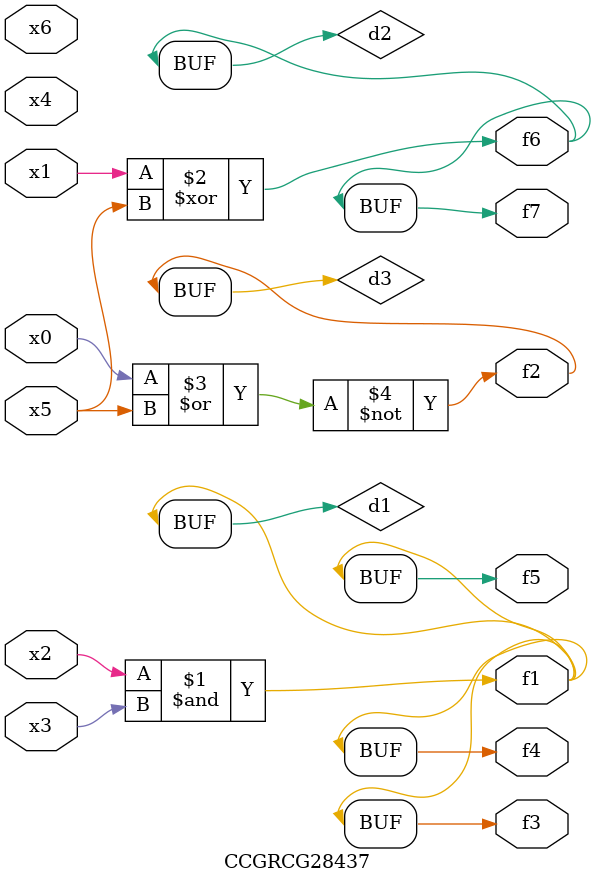
<source format=v>
module CCGRCG28437(
	input x0, x1, x2, x3, x4, x5, x6,
	output f1, f2, f3, f4, f5, f6, f7
);

	wire d1, d2, d3;

	and (d1, x2, x3);
	xor (d2, x1, x5);
	nor (d3, x0, x5);
	assign f1 = d1;
	assign f2 = d3;
	assign f3 = d1;
	assign f4 = d1;
	assign f5 = d1;
	assign f6 = d2;
	assign f7 = d2;
endmodule

</source>
